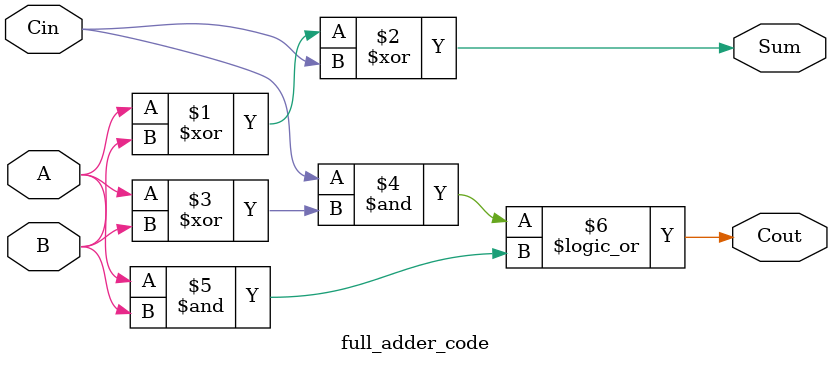
<source format=v>
module full_adder_code(A, B, Cin, Cout, Sum);
	input A, B, Cin;
	output Cout, Sum;
	assign Sum = A ^ B ^ Cin;
	assign Cout = (Cin & (A ^ B)) || (A & B);
endmodule
</source>
